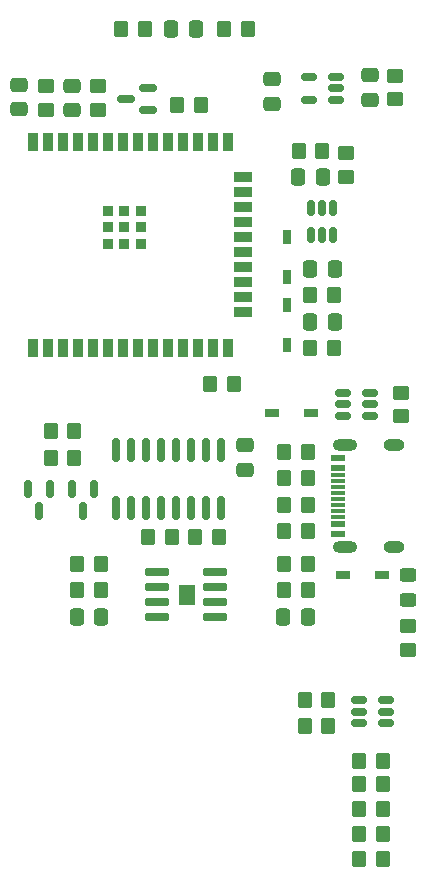
<source format=gbp>
G04 #@! TF.GenerationSoftware,KiCad,Pcbnew,7.0.7*
G04 #@! TF.CreationDate,2023-10-06T13:42:14+03:00*
G04 #@! TF.ProjectId,dif-pressure-meter,6469662d-7072-4657-9373-7572652d6d65,rev?*
G04 #@! TF.SameCoordinates,Original*
G04 #@! TF.FileFunction,Paste,Bot*
G04 #@! TF.FilePolarity,Positive*
%FSLAX46Y46*%
G04 Gerber Fmt 4.6, Leading zero omitted, Abs format (unit mm)*
G04 Created by KiCad (PCBNEW 7.0.7) date 2023-10-06 13:42:14*
%MOMM*%
%LPD*%
G01*
G04 APERTURE LIST*
G04 Aperture macros list*
%AMRoundRect*
0 Rectangle with rounded corners*
0 $1 Rounding radius*
0 $2 $3 $4 $5 $6 $7 $8 $9 X,Y pos of 4 corners*
0 Add a 4 corners polygon primitive as box body*
4,1,4,$2,$3,$4,$5,$6,$7,$8,$9,$2,$3,0*
0 Add four circle primitives for the rounded corners*
1,1,$1+$1,$2,$3*
1,1,$1+$1,$4,$5*
1,1,$1+$1,$6,$7*
1,1,$1+$1,$8,$9*
0 Add four rect primitives between the rounded corners*
20,1,$1+$1,$2,$3,$4,$5,0*
20,1,$1+$1,$4,$5,$6,$7,0*
20,1,$1+$1,$6,$7,$8,$9,0*
20,1,$1+$1,$8,$9,$2,$3,0*%
G04 Aperture macros list end*
%ADD10C,0.010000*%
%ADD11RoundRect,0.250000X-0.350000X-0.450000X0.350000X-0.450000X0.350000X0.450000X-0.350000X0.450000X0*%
%ADD12RoundRect,0.250000X0.350000X0.450000X-0.350000X0.450000X-0.350000X-0.450000X0.350000X-0.450000X0*%
%ADD13RoundRect,0.250000X-0.450000X0.350000X-0.450000X-0.350000X0.450000X-0.350000X0.450000X0.350000X0*%
%ADD14R,0.730000X1.210000*%
%ADD15RoundRect,0.250000X-0.475000X0.337500X-0.475000X-0.337500X0.475000X-0.337500X0.475000X0.337500X0*%
%ADD16R,0.900000X1.500000*%
%ADD17R,1.500000X0.900000*%
%ADD18R,0.900000X0.900000*%
%ADD19RoundRect,0.150000X0.512500X0.150000X-0.512500X0.150000X-0.512500X-0.150000X0.512500X-0.150000X0*%
%ADD20RoundRect,0.150000X0.150000X-0.512500X0.150000X0.512500X-0.150000X0.512500X-0.150000X-0.512500X0*%
%ADD21RoundRect,0.250000X0.337500X0.475000X-0.337500X0.475000X-0.337500X-0.475000X0.337500X-0.475000X0*%
%ADD22RoundRect,0.042000X0.943000X0.258000X-0.943000X0.258000X-0.943000X-0.258000X0.943000X-0.258000X0*%
%ADD23RoundRect,0.250000X-0.337500X-0.475000X0.337500X-0.475000X0.337500X0.475000X-0.337500X0.475000X0*%
%ADD24RoundRect,0.150000X0.587500X0.150000X-0.587500X0.150000X-0.587500X-0.150000X0.587500X-0.150000X0*%
%ADD25R,1.150000X0.600000*%
%ADD26R,1.150000X0.300000*%
%ADD27O,1.800000X1.000000*%
%ADD28O,2.100000X1.000000*%
%ADD29R,1.210000X0.730000*%
%ADD30RoundRect,0.250000X0.450000X-0.350000X0.450000X0.350000X-0.450000X0.350000X-0.450000X-0.350000X0*%
%ADD31RoundRect,0.150000X-0.150000X0.587500X-0.150000X-0.587500X0.150000X-0.587500X0.150000X0.587500X0*%
%ADD32RoundRect,0.150000X0.150000X-0.825000X0.150000X0.825000X-0.150000X0.825000X-0.150000X-0.825000X0*%
%ADD33RoundRect,0.150000X-0.512500X-0.150000X0.512500X-0.150000X0.512500X0.150000X-0.512500X0.150000X0*%
%ADD34RoundRect,0.250000X0.475000X-0.337500X0.475000X0.337500X-0.475000X0.337500X-0.475000X-0.337500X0*%
%ADD35RoundRect,0.250000X0.450000X-0.325000X0.450000X0.325000X-0.450000X0.325000X-0.450000X-0.325000X0*%
G04 APERTURE END LIST*
D10*
X130120000Y-86165000D02*
X128830000Y-86165000D01*
X128830000Y-84525000D01*
X130120000Y-84525000D01*
X130120000Y-86165000D01*
G36*
X130120000Y-86165000D02*
G01*
X128830000Y-86165000D01*
X128830000Y-84525000D01*
X130120000Y-84525000D01*
X130120000Y-86165000D01*
G37*
D11*
X130250000Y-80500000D03*
X132250000Y-80500000D03*
D12*
X146100000Y-105600000D03*
X144100000Y-105600000D03*
D13*
X148250000Y-88000000D03*
X148250000Y-90000000D03*
D11*
X137750000Y-82750000D03*
X139750000Y-82750000D03*
X139500000Y-94250000D03*
X141500000Y-94250000D03*
D14*
X138000000Y-60820000D03*
X138000000Y-64180000D03*
D11*
X131500000Y-67500000D03*
X133500000Y-67500000D03*
D12*
X122250000Y-85000000D03*
X120250000Y-85000000D03*
D11*
X139000000Y-47750000D03*
X141000000Y-47750000D03*
D12*
X146100000Y-107700000D03*
X144100000Y-107700000D03*
D11*
X137750000Y-85000000D03*
X139750000Y-85000000D03*
D14*
X138000000Y-55070000D03*
X138000000Y-58430000D03*
D15*
X136750000Y-41712500D03*
X136750000Y-43787500D03*
D16*
X116500000Y-47000000D03*
X117770000Y-47000000D03*
X119040000Y-47000000D03*
X120310000Y-47000000D03*
X121580000Y-47000000D03*
X122850000Y-47000000D03*
X124120000Y-47000000D03*
X125390000Y-47000000D03*
X126660000Y-47000000D03*
X127930000Y-47000000D03*
X129200000Y-47000000D03*
X130470000Y-47000000D03*
X131740000Y-47000000D03*
X133010000Y-47000000D03*
D17*
X134260000Y-50030000D03*
X134260000Y-51300000D03*
X134260000Y-52570000D03*
X134260000Y-53840000D03*
X134260000Y-55110000D03*
X134260000Y-56380000D03*
X134260000Y-57650000D03*
X134260000Y-58920000D03*
X134260000Y-60190000D03*
X134260000Y-61460000D03*
D16*
X133010000Y-64500000D03*
X131740000Y-64500000D03*
X130470000Y-64500000D03*
X129200000Y-64500000D03*
X127930000Y-64500000D03*
X126660000Y-64500000D03*
X125390000Y-64500000D03*
X124120000Y-64500000D03*
X122850000Y-64500000D03*
X121580000Y-64500000D03*
X120310000Y-64500000D03*
X119040000Y-64500000D03*
X117770000Y-64500000D03*
X116500000Y-64500000D03*
D18*
X125620000Y-52850000D03*
X125620000Y-52850000D03*
X124220000Y-52850000D03*
X122820000Y-52850000D03*
X122820000Y-52850000D03*
X125620000Y-54250000D03*
X125620000Y-54250000D03*
X124220000Y-54250000D03*
X122820000Y-54250000D03*
X125620000Y-55650000D03*
X124220000Y-55650000D03*
X122820000Y-55650000D03*
D11*
X120250000Y-82750000D03*
X122250000Y-82750000D03*
D19*
X145067500Y-68300000D03*
X145067500Y-69250000D03*
X145067500Y-70200000D03*
X142792500Y-70200000D03*
X142792500Y-69250000D03*
X142792500Y-68300000D03*
D20*
X141950000Y-54887500D03*
X141000000Y-54887500D03*
X140050000Y-54887500D03*
X140050000Y-52612500D03*
X141000000Y-52612500D03*
X141950000Y-52612500D03*
D11*
X124000000Y-37500000D03*
X126000000Y-37500000D03*
D12*
X146100000Y-99400000D03*
X144100000Y-99400000D03*
D13*
X147200000Y-41400000D03*
X147200000Y-43400000D03*
D21*
X130287500Y-37500000D03*
X128212500Y-37500000D03*
D22*
X131950000Y-83440000D03*
X131950000Y-84710000D03*
X131950000Y-85980000D03*
X131950000Y-87250000D03*
X127000000Y-87250000D03*
X127000000Y-85980000D03*
X127000000Y-84710000D03*
X127000000Y-83440000D03*
D23*
X138962500Y-50000000D03*
X141037500Y-50000000D03*
D15*
X134500000Y-72712500D03*
X134500000Y-74787500D03*
D12*
X146100000Y-101400000D03*
X144100000Y-101400000D03*
D13*
X147680000Y-68250000D03*
X147680000Y-70250000D03*
D23*
X137712500Y-87250000D03*
X139787500Y-87250000D03*
D24*
X126237500Y-42450000D03*
X126237500Y-44350000D03*
X124362500Y-43400000D03*
D25*
X142320000Y-73800000D03*
X142320000Y-74600000D03*
D26*
X142320000Y-75750000D03*
X142320000Y-76750000D03*
X142320000Y-77250000D03*
X142320000Y-78250000D03*
D25*
X142320000Y-79400000D03*
X142320000Y-80200000D03*
X142320000Y-80200000D03*
X142320000Y-79400000D03*
D26*
X142320000Y-78750000D03*
X142320000Y-77750000D03*
X142320000Y-76250000D03*
X142320000Y-75250000D03*
D25*
X142320000Y-74600000D03*
X142320000Y-73800000D03*
D27*
X147075000Y-72680000D03*
D28*
X142895000Y-72680000D03*
D27*
X147075000Y-81320000D03*
D28*
X142895000Y-81320000D03*
D29*
X140080000Y-70000000D03*
X136720000Y-70000000D03*
D11*
X132700000Y-37500000D03*
X134700000Y-37500000D03*
D12*
X142000000Y-64500000D03*
X140000000Y-64500000D03*
D30*
X143000000Y-50000000D03*
X143000000Y-48000000D03*
D31*
X119800000Y-76375000D03*
X121700000Y-76375000D03*
X120750000Y-78250000D03*
D11*
X118000000Y-73750000D03*
X120000000Y-73750000D03*
D12*
X139750000Y-80000000D03*
X137750000Y-80000000D03*
D32*
X132445000Y-78028908D03*
X131175000Y-78028908D03*
X129905000Y-78028908D03*
X128635000Y-78028908D03*
X127365000Y-78028908D03*
X126095000Y-78028908D03*
X124825000Y-78028908D03*
X123555000Y-78028908D03*
X123555000Y-73078908D03*
X124825000Y-73078908D03*
X126095000Y-73078908D03*
X127365000Y-73078908D03*
X128635000Y-73078908D03*
X129905000Y-73078908D03*
X131175000Y-73078908D03*
X132445000Y-73078908D03*
D12*
X128250000Y-80500000D03*
X126250000Y-80500000D03*
D33*
X144112500Y-96200000D03*
X144112500Y-95250000D03*
X144112500Y-94300000D03*
X146387500Y-94300000D03*
X146387500Y-95250000D03*
X146387500Y-96200000D03*
D13*
X117600000Y-42300000D03*
X117600000Y-44300000D03*
D31*
X116050000Y-76375000D03*
X117950000Y-76375000D03*
X117000000Y-78250000D03*
D11*
X139500000Y-96500000D03*
X141500000Y-96500000D03*
D30*
X122000000Y-44300000D03*
X122000000Y-42300000D03*
D12*
X146100000Y-103500000D03*
X144100000Y-103500000D03*
D15*
X115300000Y-42162500D03*
X115300000Y-44237500D03*
D19*
X142137500Y-41550000D03*
X142137500Y-42500000D03*
X142137500Y-43450000D03*
X139862500Y-43450000D03*
X139862500Y-41550000D03*
D34*
X145000000Y-43437500D03*
X145000000Y-41362500D03*
D35*
X148250000Y-85775000D03*
X148250000Y-83725000D03*
D21*
X142037500Y-62250000D03*
X139962500Y-62250000D03*
D12*
X139750000Y-77750000D03*
X137750000Y-77750000D03*
X142000000Y-60000000D03*
X140000000Y-60000000D03*
D21*
X142037500Y-57750000D03*
X139962500Y-57750000D03*
D12*
X130700000Y-43900000D03*
X128700000Y-43900000D03*
D29*
X146080000Y-83700000D03*
X142720000Y-83700000D03*
D12*
X120000000Y-71500000D03*
X118000000Y-71500000D03*
X139750000Y-75500000D03*
X137750000Y-75500000D03*
D21*
X122287500Y-87250000D03*
X120212500Y-87250000D03*
D15*
X119800000Y-42262500D03*
X119800000Y-44337500D03*
D12*
X139750000Y-73250000D03*
X137750000Y-73250000D03*
M02*

</source>
